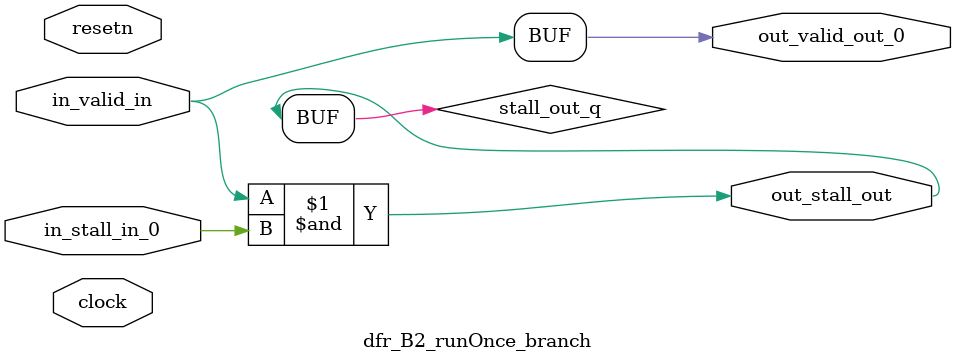
<source format=sv>



(* altera_attribute = "-name AUTO_SHIFT_REGISTER_RECOGNITION OFF; -name MESSAGE_DISABLE 10036; -name MESSAGE_DISABLE 10037; -name MESSAGE_DISABLE 14130; -name MESSAGE_DISABLE 14320; -name MESSAGE_DISABLE 15400; -name MESSAGE_DISABLE 14130; -name MESSAGE_DISABLE 10036; -name MESSAGE_DISABLE 12020; -name MESSAGE_DISABLE 12030; -name MESSAGE_DISABLE 12010; -name MESSAGE_DISABLE 12110; -name MESSAGE_DISABLE 14320; -name MESSAGE_DISABLE 13410; -name MESSAGE_DISABLE 113007; -name MESSAGE_DISABLE 10958" *)
module dfr_B2_runOnce_branch (
    input wire [0:0] in_stall_in_0,
    input wire [0:0] in_valid_in,
    output wire [0:0] out_stall_out,
    output wire [0:0] out_valid_out_0,
    input wire clock,
    input wire resetn
    );

    wire [0:0] stall_out_q;


    // stall_out(LOGICAL,6)
    assign stall_out_q = in_valid_in & in_stall_in_0;

    // out_stall_out(GPOUT,4)
    assign out_stall_out = stall_out_q;

    // out_valid_out_0(GPOUT,5)
    assign out_valid_out_0 = in_valid_in;

endmodule

</source>
